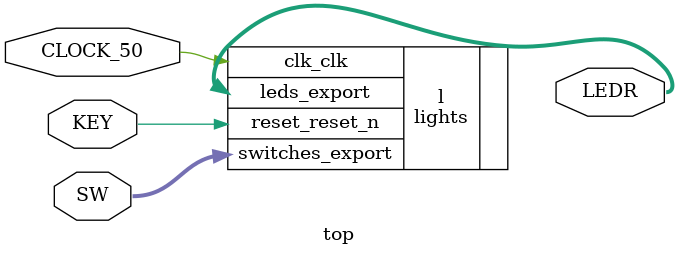
<source format=v>
module top
(
	input        CLOCK_50,
	input  [7:0] SW,
	input  [0:0] KEY,
	output [7:0] LEDR
);
	lights l(
		.clk_clk(CLOCK_50),
		.reset_reset_n(KEY),
		.switches_export(SW),
		.leds_export(LEDR)
	);
endmodule
</source>
